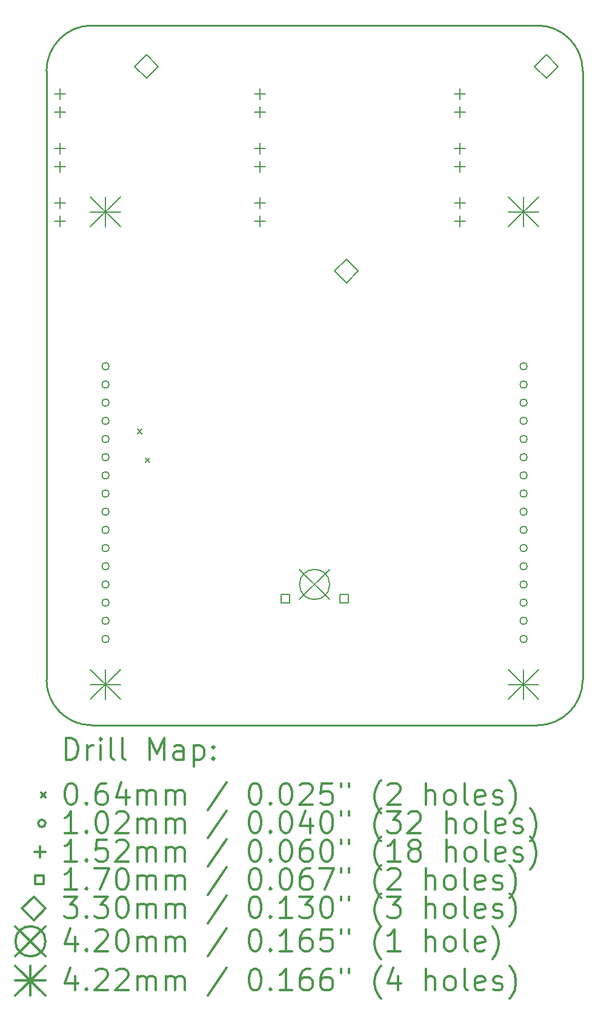
<source format=gbr>
%FSLAX45Y45*%
G04 Gerber Fmt 4.5, Leading zero omitted, Abs format (unit mm)*
G04 Created by KiCad (PCBNEW 5.1.6-c6e7f7d~87~ubuntu20.04.1) date 2020-07-21 10:48:39*
%MOMM*%
%LPD*%
G01*
G04 APERTURE LIST*
%TA.AperFunction,Profile*%
%ADD10C,0.279400*%
%TD*%
%ADD11C,0.200000*%
%ADD12C,0.300000*%
G04 APERTURE END LIST*
D10*
X12573000Y-14224000D02*
G75*
G02*
X11938000Y-14859000I-635000J0D01*
G01*
X5715000Y-14859000D02*
G75*
G02*
X5080000Y-14224000I0J635000D01*
G01*
X11938000Y-5080000D02*
G75*
G02*
X12573000Y-5715000I0J-635000D01*
G01*
X5080000Y-5715000D02*
G75*
G02*
X5715000Y-5080000I635000J0D01*
G01*
X5715000Y-5080000D02*
X11938000Y-5080000D01*
X5080000Y-14224000D02*
X5080000Y-5715000D01*
X11938000Y-14859000D02*
X5715000Y-14859000D01*
X12573000Y-5715000D02*
X12573000Y-14224000D01*
D11*
X6349430Y-10721670D02*
X6412930Y-10785170D01*
X6412930Y-10721670D02*
X6349430Y-10785170D01*
X6460900Y-11121380D02*
X6524400Y-11184880D01*
X6524400Y-11121380D02*
X6460900Y-11184880D01*
X5956300Y-9842500D02*
G75*
G03*
X5956300Y-9842500I-50800J0D01*
G01*
X5956300Y-10096500D02*
G75*
G03*
X5956300Y-10096500I-50800J0D01*
G01*
X5956300Y-10350500D02*
G75*
G03*
X5956300Y-10350500I-50800J0D01*
G01*
X5956300Y-10604500D02*
G75*
G03*
X5956300Y-10604500I-50800J0D01*
G01*
X5956300Y-10858500D02*
G75*
G03*
X5956300Y-10858500I-50800J0D01*
G01*
X5956300Y-11112500D02*
G75*
G03*
X5956300Y-11112500I-50800J0D01*
G01*
X5956300Y-11366500D02*
G75*
G03*
X5956300Y-11366500I-50800J0D01*
G01*
X5956300Y-11620500D02*
G75*
G03*
X5956300Y-11620500I-50800J0D01*
G01*
X5956300Y-11874500D02*
G75*
G03*
X5956300Y-11874500I-50800J0D01*
G01*
X5956300Y-12128500D02*
G75*
G03*
X5956300Y-12128500I-50800J0D01*
G01*
X5956300Y-12382500D02*
G75*
G03*
X5956300Y-12382500I-50800J0D01*
G01*
X5956300Y-12636500D02*
G75*
G03*
X5956300Y-12636500I-50800J0D01*
G01*
X5956300Y-12890500D02*
G75*
G03*
X5956300Y-12890500I-50800J0D01*
G01*
X5956300Y-13144500D02*
G75*
G03*
X5956300Y-13144500I-50800J0D01*
G01*
X5956300Y-13398500D02*
G75*
G03*
X5956300Y-13398500I-50800J0D01*
G01*
X5956300Y-13652500D02*
G75*
G03*
X5956300Y-13652500I-50800J0D01*
G01*
X11798300Y-9842500D02*
G75*
G03*
X11798300Y-9842500I-50800J0D01*
G01*
X11798300Y-10096500D02*
G75*
G03*
X11798300Y-10096500I-50800J0D01*
G01*
X11798300Y-10350500D02*
G75*
G03*
X11798300Y-10350500I-50800J0D01*
G01*
X11798300Y-10604500D02*
G75*
G03*
X11798300Y-10604500I-50800J0D01*
G01*
X11798300Y-10858500D02*
G75*
G03*
X11798300Y-10858500I-50800J0D01*
G01*
X11798300Y-11112500D02*
G75*
G03*
X11798300Y-11112500I-50800J0D01*
G01*
X11798300Y-11366500D02*
G75*
G03*
X11798300Y-11366500I-50800J0D01*
G01*
X11798300Y-11620500D02*
G75*
G03*
X11798300Y-11620500I-50800J0D01*
G01*
X11798300Y-11874500D02*
G75*
G03*
X11798300Y-11874500I-50800J0D01*
G01*
X11798300Y-12128500D02*
G75*
G03*
X11798300Y-12128500I-50800J0D01*
G01*
X11798300Y-12382500D02*
G75*
G03*
X11798300Y-12382500I-50800J0D01*
G01*
X11798300Y-12636500D02*
G75*
G03*
X11798300Y-12636500I-50800J0D01*
G01*
X11798300Y-12890500D02*
G75*
G03*
X11798300Y-12890500I-50800J0D01*
G01*
X11798300Y-13144500D02*
G75*
G03*
X11798300Y-13144500I-50800J0D01*
G01*
X11798300Y-13398500D02*
G75*
G03*
X11798300Y-13398500I-50800J0D01*
G01*
X11798300Y-13652500D02*
G75*
G03*
X11798300Y-13652500I-50800J0D01*
G01*
X8064500Y-6718300D02*
X8064500Y-6870700D01*
X7988300Y-6794500D02*
X8140700Y-6794500D01*
X8064500Y-6972300D02*
X8064500Y-7124700D01*
X7988300Y-7048500D02*
X8140700Y-7048500D01*
X5270500Y-7480300D02*
X5270500Y-7632700D01*
X5194300Y-7556500D02*
X5346700Y-7556500D01*
X5270500Y-7734300D02*
X5270500Y-7886700D01*
X5194300Y-7810500D02*
X5346700Y-7810500D01*
X8064500Y-7480300D02*
X8064500Y-7632700D01*
X7988300Y-7556500D02*
X8140700Y-7556500D01*
X8064500Y-7734300D02*
X8064500Y-7886700D01*
X7988300Y-7810500D02*
X8140700Y-7810500D01*
X5270500Y-5956300D02*
X5270500Y-6108700D01*
X5194300Y-6032500D02*
X5346700Y-6032500D01*
X5270500Y-6210300D02*
X5270500Y-6362700D01*
X5194300Y-6286500D02*
X5346700Y-6286500D01*
X5270500Y-6718300D02*
X5270500Y-6870700D01*
X5194300Y-6794500D02*
X5346700Y-6794500D01*
X5270500Y-6972300D02*
X5270500Y-7124700D01*
X5194300Y-7048500D02*
X5346700Y-7048500D01*
X10858500Y-6718300D02*
X10858500Y-6870700D01*
X10782300Y-6794500D02*
X10934700Y-6794500D01*
X10858500Y-6972300D02*
X10858500Y-7124700D01*
X10782300Y-7048500D02*
X10934700Y-7048500D01*
X10858500Y-7480300D02*
X10858500Y-7632700D01*
X10782300Y-7556500D02*
X10934700Y-7556500D01*
X10858500Y-7734300D02*
X10858500Y-7886700D01*
X10782300Y-7810500D02*
X10934700Y-7810500D01*
X8064500Y-5956300D02*
X8064500Y-6108700D01*
X7988300Y-6032500D02*
X8140700Y-6032500D01*
X8064500Y-6210300D02*
X8064500Y-6362700D01*
X7988300Y-6286500D02*
X8140700Y-6286500D01*
X10858500Y-5956300D02*
X10858500Y-6108700D01*
X10782300Y-6032500D02*
X10934700Y-6032500D01*
X10858500Y-6210300D02*
X10858500Y-6362700D01*
X10782300Y-6286500D02*
X10934700Y-6286500D01*
X8476605Y-13150605D02*
X8476605Y-13030395D01*
X8356395Y-13030395D01*
X8356395Y-13150605D01*
X8476605Y-13150605D01*
X9296605Y-13150605D02*
X9296605Y-13030395D01*
X9176395Y-13030395D01*
X9176395Y-13150605D01*
X9296605Y-13150605D01*
X12065000Y-5816600D02*
X12230100Y-5651500D01*
X12065000Y-5486400D01*
X11899900Y-5651500D01*
X12065000Y-5816600D01*
X6477000Y-5816600D02*
X6642100Y-5651500D01*
X6477000Y-5486400D01*
X6311900Y-5651500D01*
X6477000Y-5816600D01*
X9271000Y-8674100D02*
X9436100Y-8509000D01*
X9271000Y-8343900D01*
X9105900Y-8509000D01*
X9271000Y-8674100D01*
X8616500Y-12680500D02*
X9036500Y-13100500D01*
X9036500Y-12680500D02*
X8616500Y-13100500D01*
X9036500Y-12890500D02*
G75*
G03*
X9036500Y-12890500I-210000J0D01*
G01*
X5694680Y-7472680D02*
X6116320Y-7894320D01*
X6116320Y-7472680D02*
X5694680Y-7894320D01*
X5905500Y-7472680D02*
X5905500Y-7894320D01*
X5694680Y-7683500D02*
X6116320Y-7683500D01*
X5694680Y-14076680D02*
X6116320Y-14498320D01*
X6116320Y-14076680D02*
X5694680Y-14498320D01*
X5905500Y-14076680D02*
X5905500Y-14498320D01*
X5694680Y-14287500D02*
X6116320Y-14287500D01*
X11536680Y-7472680D02*
X11958320Y-7894320D01*
X11958320Y-7472680D02*
X11536680Y-7894320D01*
X11747500Y-7472680D02*
X11747500Y-7894320D01*
X11536680Y-7683500D02*
X11958320Y-7683500D01*
X11536680Y-14076680D02*
X11958320Y-14498320D01*
X11958320Y-14076680D02*
X11536680Y-14498320D01*
X11747500Y-14076680D02*
X11747500Y-14498320D01*
X11536680Y-14287500D02*
X11958320Y-14287500D01*
D12*
X5352458Y-15338684D02*
X5352458Y-15038684D01*
X5423887Y-15038684D01*
X5466744Y-15052970D01*
X5495316Y-15081541D01*
X5509601Y-15110113D01*
X5523887Y-15167256D01*
X5523887Y-15210113D01*
X5509601Y-15267256D01*
X5495316Y-15295827D01*
X5466744Y-15324399D01*
X5423887Y-15338684D01*
X5352458Y-15338684D01*
X5652458Y-15338684D02*
X5652458Y-15138684D01*
X5652458Y-15195827D02*
X5666744Y-15167256D01*
X5681030Y-15152970D01*
X5709601Y-15138684D01*
X5738173Y-15138684D01*
X5838173Y-15338684D02*
X5838173Y-15138684D01*
X5838173Y-15038684D02*
X5823887Y-15052970D01*
X5838173Y-15067256D01*
X5852458Y-15052970D01*
X5838173Y-15038684D01*
X5838173Y-15067256D01*
X6023887Y-15338684D02*
X5995316Y-15324399D01*
X5981030Y-15295827D01*
X5981030Y-15038684D01*
X6181030Y-15338684D02*
X6152458Y-15324399D01*
X6138173Y-15295827D01*
X6138173Y-15038684D01*
X6523887Y-15338684D02*
X6523887Y-15038684D01*
X6623887Y-15252970D01*
X6723887Y-15038684D01*
X6723887Y-15338684D01*
X6995316Y-15338684D02*
X6995316Y-15181541D01*
X6981030Y-15152970D01*
X6952458Y-15138684D01*
X6895316Y-15138684D01*
X6866744Y-15152970D01*
X6995316Y-15324399D02*
X6966744Y-15338684D01*
X6895316Y-15338684D01*
X6866744Y-15324399D01*
X6852458Y-15295827D01*
X6852458Y-15267256D01*
X6866744Y-15238684D01*
X6895316Y-15224399D01*
X6966744Y-15224399D01*
X6995316Y-15210113D01*
X7138173Y-15138684D02*
X7138173Y-15438684D01*
X7138173Y-15152970D02*
X7166744Y-15138684D01*
X7223887Y-15138684D01*
X7252458Y-15152970D01*
X7266744Y-15167256D01*
X7281030Y-15195827D01*
X7281030Y-15281541D01*
X7266744Y-15310113D01*
X7252458Y-15324399D01*
X7223887Y-15338684D01*
X7166744Y-15338684D01*
X7138173Y-15324399D01*
X7409601Y-15310113D02*
X7423887Y-15324399D01*
X7409601Y-15338684D01*
X7395316Y-15324399D01*
X7409601Y-15310113D01*
X7409601Y-15338684D01*
X7409601Y-15152970D02*
X7423887Y-15167256D01*
X7409601Y-15181541D01*
X7395316Y-15167256D01*
X7409601Y-15152970D01*
X7409601Y-15181541D01*
X5002530Y-15801220D02*
X5066030Y-15864720D01*
X5066030Y-15801220D02*
X5002530Y-15864720D01*
X5409601Y-15668684D02*
X5438173Y-15668684D01*
X5466744Y-15682970D01*
X5481030Y-15697256D01*
X5495316Y-15725827D01*
X5509601Y-15782970D01*
X5509601Y-15854399D01*
X5495316Y-15911541D01*
X5481030Y-15940113D01*
X5466744Y-15954399D01*
X5438173Y-15968684D01*
X5409601Y-15968684D01*
X5381030Y-15954399D01*
X5366744Y-15940113D01*
X5352458Y-15911541D01*
X5338173Y-15854399D01*
X5338173Y-15782970D01*
X5352458Y-15725827D01*
X5366744Y-15697256D01*
X5381030Y-15682970D01*
X5409601Y-15668684D01*
X5638173Y-15940113D02*
X5652458Y-15954399D01*
X5638173Y-15968684D01*
X5623887Y-15954399D01*
X5638173Y-15940113D01*
X5638173Y-15968684D01*
X5909601Y-15668684D02*
X5852458Y-15668684D01*
X5823887Y-15682970D01*
X5809601Y-15697256D01*
X5781030Y-15740113D01*
X5766744Y-15797256D01*
X5766744Y-15911541D01*
X5781030Y-15940113D01*
X5795316Y-15954399D01*
X5823887Y-15968684D01*
X5881030Y-15968684D01*
X5909601Y-15954399D01*
X5923887Y-15940113D01*
X5938173Y-15911541D01*
X5938173Y-15840113D01*
X5923887Y-15811541D01*
X5909601Y-15797256D01*
X5881030Y-15782970D01*
X5823887Y-15782970D01*
X5795316Y-15797256D01*
X5781030Y-15811541D01*
X5766744Y-15840113D01*
X6195316Y-15768684D02*
X6195316Y-15968684D01*
X6123887Y-15654399D02*
X6052458Y-15868684D01*
X6238173Y-15868684D01*
X6352458Y-15968684D02*
X6352458Y-15768684D01*
X6352458Y-15797256D02*
X6366744Y-15782970D01*
X6395316Y-15768684D01*
X6438173Y-15768684D01*
X6466744Y-15782970D01*
X6481030Y-15811541D01*
X6481030Y-15968684D01*
X6481030Y-15811541D02*
X6495316Y-15782970D01*
X6523887Y-15768684D01*
X6566744Y-15768684D01*
X6595316Y-15782970D01*
X6609601Y-15811541D01*
X6609601Y-15968684D01*
X6752458Y-15968684D02*
X6752458Y-15768684D01*
X6752458Y-15797256D02*
X6766744Y-15782970D01*
X6795316Y-15768684D01*
X6838173Y-15768684D01*
X6866744Y-15782970D01*
X6881030Y-15811541D01*
X6881030Y-15968684D01*
X6881030Y-15811541D02*
X6895316Y-15782970D01*
X6923887Y-15768684D01*
X6966744Y-15768684D01*
X6995316Y-15782970D01*
X7009601Y-15811541D01*
X7009601Y-15968684D01*
X7595316Y-15654399D02*
X7338173Y-16040113D01*
X7981030Y-15668684D02*
X8009601Y-15668684D01*
X8038173Y-15682970D01*
X8052458Y-15697256D01*
X8066744Y-15725827D01*
X8081030Y-15782970D01*
X8081030Y-15854399D01*
X8066744Y-15911541D01*
X8052458Y-15940113D01*
X8038173Y-15954399D01*
X8009601Y-15968684D01*
X7981030Y-15968684D01*
X7952458Y-15954399D01*
X7938173Y-15940113D01*
X7923887Y-15911541D01*
X7909601Y-15854399D01*
X7909601Y-15782970D01*
X7923887Y-15725827D01*
X7938173Y-15697256D01*
X7952458Y-15682970D01*
X7981030Y-15668684D01*
X8209601Y-15940113D02*
X8223887Y-15954399D01*
X8209601Y-15968684D01*
X8195316Y-15954399D01*
X8209601Y-15940113D01*
X8209601Y-15968684D01*
X8409601Y-15668684D02*
X8438173Y-15668684D01*
X8466744Y-15682970D01*
X8481030Y-15697256D01*
X8495316Y-15725827D01*
X8509601Y-15782970D01*
X8509601Y-15854399D01*
X8495316Y-15911541D01*
X8481030Y-15940113D01*
X8466744Y-15954399D01*
X8438173Y-15968684D01*
X8409601Y-15968684D01*
X8381030Y-15954399D01*
X8366744Y-15940113D01*
X8352458Y-15911541D01*
X8338173Y-15854399D01*
X8338173Y-15782970D01*
X8352458Y-15725827D01*
X8366744Y-15697256D01*
X8381030Y-15682970D01*
X8409601Y-15668684D01*
X8623887Y-15697256D02*
X8638173Y-15682970D01*
X8666744Y-15668684D01*
X8738173Y-15668684D01*
X8766744Y-15682970D01*
X8781030Y-15697256D01*
X8795316Y-15725827D01*
X8795316Y-15754399D01*
X8781030Y-15797256D01*
X8609601Y-15968684D01*
X8795316Y-15968684D01*
X9066744Y-15668684D02*
X8923887Y-15668684D01*
X8909601Y-15811541D01*
X8923887Y-15797256D01*
X8952458Y-15782970D01*
X9023887Y-15782970D01*
X9052458Y-15797256D01*
X9066744Y-15811541D01*
X9081030Y-15840113D01*
X9081030Y-15911541D01*
X9066744Y-15940113D01*
X9052458Y-15954399D01*
X9023887Y-15968684D01*
X8952458Y-15968684D01*
X8923887Y-15954399D01*
X8909601Y-15940113D01*
X9195316Y-15668684D02*
X9195316Y-15725827D01*
X9309601Y-15668684D02*
X9309601Y-15725827D01*
X9752458Y-16082970D02*
X9738173Y-16068684D01*
X9709601Y-16025827D01*
X9695316Y-15997256D01*
X9681030Y-15954399D01*
X9666744Y-15882970D01*
X9666744Y-15825827D01*
X9681030Y-15754399D01*
X9695316Y-15711541D01*
X9709601Y-15682970D01*
X9738173Y-15640113D01*
X9752458Y-15625827D01*
X9852458Y-15697256D02*
X9866744Y-15682970D01*
X9895316Y-15668684D01*
X9966744Y-15668684D01*
X9995316Y-15682970D01*
X10009601Y-15697256D01*
X10023887Y-15725827D01*
X10023887Y-15754399D01*
X10009601Y-15797256D01*
X9838173Y-15968684D01*
X10023887Y-15968684D01*
X10381030Y-15968684D02*
X10381030Y-15668684D01*
X10509601Y-15968684D02*
X10509601Y-15811541D01*
X10495316Y-15782970D01*
X10466744Y-15768684D01*
X10423887Y-15768684D01*
X10395316Y-15782970D01*
X10381030Y-15797256D01*
X10695316Y-15968684D02*
X10666744Y-15954399D01*
X10652458Y-15940113D01*
X10638173Y-15911541D01*
X10638173Y-15825827D01*
X10652458Y-15797256D01*
X10666744Y-15782970D01*
X10695316Y-15768684D01*
X10738173Y-15768684D01*
X10766744Y-15782970D01*
X10781030Y-15797256D01*
X10795316Y-15825827D01*
X10795316Y-15911541D01*
X10781030Y-15940113D01*
X10766744Y-15954399D01*
X10738173Y-15968684D01*
X10695316Y-15968684D01*
X10966744Y-15968684D02*
X10938173Y-15954399D01*
X10923887Y-15925827D01*
X10923887Y-15668684D01*
X11195316Y-15954399D02*
X11166744Y-15968684D01*
X11109601Y-15968684D01*
X11081030Y-15954399D01*
X11066744Y-15925827D01*
X11066744Y-15811541D01*
X11081030Y-15782970D01*
X11109601Y-15768684D01*
X11166744Y-15768684D01*
X11195316Y-15782970D01*
X11209601Y-15811541D01*
X11209601Y-15840113D01*
X11066744Y-15868684D01*
X11323887Y-15954399D02*
X11352458Y-15968684D01*
X11409601Y-15968684D01*
X11438173Y-15954399D01*
X11452458Y-15925827D01*
X11452458Y-15911541D01*
X11438173Y-15882970D01*
X11409601Y-15868684D01*
X11366744Y-15868684D01*
X11338173Y-15854399D01*
X11323887Y-15825827D01*
X11323887Y-15811541D01*
X11338173Y-15782970D01*
X11366744Y-15768684D01*
X11409601Y-15768684D01*
X11438173Y-15782970D01*
X11552458Y-16082970D02*
X11566744Y-16068684D01*
X11595316Y-16025827D01*
X11609601Y-15997256D01*
X11623887Y-15954399D01*
X11638173Y-15882970D01*
X11638173Y-15825827D01*
X11623887Y-15754399D01*
X11609601Y-15711541D01*
X11595316Y-15682970D01*
X11566744Y-15640113D01*
X11552458Y-15625827D01*
X5066030Y-16228970D02*
G75*
G03*
X5066030Y-16228970I-50800J0D01*
G01*
X5509601Y-16364684D02*
X5338173Y-16364684D01*
X5423887Y-16364684D02*
X5423887Y-16064684D01*
X5395316Y-16107541D01*
X5366744Y-16136113D01*
X5338173Y-16150399D01*
X5638173Y-16336113D02*
X5652458Y-16350399D01*
X5638173Y-16364684D01*
X5623887Y-16350399D01*
X5638173Y-16336113D01*
X5638173Y-16364684D01*
X5838173Y-16064684D02*
X5866744Y-16064684D01*
X5895316Y-16078970D01*
X5909601Y-16093256D01*
X5923887Y-16121827D01*
X5938173Y-16178970D01*
X5938173Y-16250399D01*
X5923887Y-16307541D01*
X5909601Y-16336113D01*
X5895316Y-16350399D01*
X5866744Y-16364684D01*
X5838173Y-16364684D01*
X5809601Y-16350399D01*
X5795316Y-16336113D01*
X5781030Y-16307541D01*
X5766744Y-16250399D01*
X5766744Y-16178970D01*
X5781030Y-16121827D01*
X5795316Y-16093256D01*
X5809601Y-16078970D01*
X5838173Y-16064684D01*
X6052458Y-16093256D02*
X6066744Y-16078970D01*
X6095316Y-16064684D01*
X6166744Y-16064684D01*
X6195316Y-16078970D01*
X6209601Y-16093256D01*
X6223887Y-16121827D01*
X6223887Y-16150399D01*
X6209601Y-16193256D01*
X6038173Y-16364684D01*
X6223887Y-16364684D01*
X6352458Y-16364684D02*
X6352458Y-16164684D01*
X6352458Y-16193256D02*
X6366744Y-16178970D01*
X6395316Y-16164684D01*
X6438173Y-16164684D01*
X6466744Y-16178970D01*
X6481030Y-16207541D01*
X6481030Y-16364684D01*
X6481030Y-16207541D02*
X6495316Y-16178970D01*
X6523887Y-16164684D01*
X6566744Y-16164684D01*
X6595316Y-16178970D01*
X6609601Y-16207541D01*
X6609601Y-16364684D01*
X6752458Y-16364684D02*
X6752458Y-16164684D01*
X6752458Y-16193256D02*
X6766744Y-16178970D01*
X6795316Y-16164684D01*
X6838173Y-16164684D01*
X6866744Y-16178970D01*
X6881030Y-16207541D01*
X6881030Y-16364684D01*
X6881030Y-16207541D02*
X6895316Y-16178970D01*
X6923887Y-16164684D01*
X6966744Y-16164684D01*
X6995316Y-16178970D01*
X7009601Y-16207541D01*
X7009601Y-16364684D01*
X7595316Y-16050399D02*
X7338173Y-16436113D01*
X7981030Y-16064684D02*
X8009601Y-16064684D01*
X8038173Y-16078970D01*
X8052458Y-16093256D01*
X8066744Y-16121827D01*
X8081030Y-16178970D01*
X8081030Y-16250399D01*
X8066744Y-16307541D01*
X8052458Y-16336113D01*
X8038173Y-16350399D01*
X8009601Y-16364684D01*
X7981030Y-16364684D01*
X7952458Y-16350399D01*
X7938173Y-16336113D01*
X7923887Y-16307541D01*
X7909601Y-16250399D01*
X7909601Y-16178970D01*
X7923887Y-16121827D01*
X7938173Y-16093256D01*
X7952458Y-16078970D01*
X7981030Y-16064684D01*
X8209601Y-16336113D02*
X8223887Y-16350399D01*
X8209601Y-16364684D01*
X8195316Y-16350399D01*
X8209601Y-16336113D01*
X8209601Y-16364684D01*
X8409601Y-16064684D02*
X8438173Y-16064684D01*
X8466744Y-16078970D01*
X8481030Y-16093256D01*
X8495316Y-16121827D01*
X8509601Y-16178970D01*
X8509601Y-16250399D01*
X8495316Y-16307541D01*
X8481030Y-16336113D01*
X8466744Y-16350399D01*
X8438173Y-16364684D01*
X8409601Y-16364684D01*
X8381030Y-16350399D01*
X8366744Y-16336113D01*
X8352458Y-16307541D01*
X8338173Y-16250399D01*
X8338173Y-16178970D01*
X8352458Y-16121827D01*
X8366744Y-16093256D01*
X8381030Y-16078970D01*
X8409601Y-16064684D01*
X8766744Y-16164684D02*
X8766744Y-16364684D01*
X8695316Y-16050399D02*
X8623887Y-16264684D01*
X8809601Y-16264684D01*
X8981030Y-16064684D02*
X9009601Y-16064684D01*
X9038173Y-16078970D01*
X9052458Y-16093256D01*
X9066744Y-16121827D01*
X9081030Y-16178970D01*
X9081030Y-16250399D01*
X9066744Y-16307541D01*
X9052458Y-16336113D01*
X9038173Y-16350399D01*
X9009601Y-16364684D01*
X8981030Y-16364684D01*
X8952458Y-16350399D01*
X8938173Y-16336113D01*
X8923887Y-16307541D01*
X8909601Y-16250399D01*
X8909601Y-16178970D01*
X8923887Y-16121827D01*
X8938173Y-16093256D01*
X8952458Y-16078970D01*
X8981030Y-16064684D01*
X9195316Y-16064684D02*
X9195316Y-16121827D01*
X9309601Y-16064684D02*
X9309601Y-16121827D01*
X9752458Y-16478970D02*
X9738173Y-16464684D01*
X9709601Y-16421827D01*
X9695316Y-16393256D01*
X9681030Y-16350399D01*
X9666744Y-16278970D01*
X9666744Y-16221827D01*
X9681030Y-16150399D01*
X9695316Y-16107541D01*
X9709601Y-16078970D01*
X9738173Y-16036113D01*
X9752458Y-16021827D01*
X9838173Y-16064684D02*
X10023887Y-16064684D01*
X9923887Y-16178970D01*
X9966744Y-16178970D01*
X9995316Y-16193256D01*
X10009601Y-16207541D01*
X10023887Y-16236113D01*
X10023887Y-16307541D01*
X10009601Y-16336113D01*
X9995316Y-16350399D01*
X9966744Y-16364684D01*
X9881030Y-16364684D01*
X9852458Y-16350399D01*
X9838173Y-16336113D01*
X10138173Y-16093256D02*
X10152458Y-16078970D01*
X10181030Y-16064684D01*
X10252458Y-16064684D01*
X10281030Y-16078970D01*
X10295316Y-16093256D01*
X10309601Y-16121827D01*
X10309601Y-16150399D01*
X10295316Y-16193256D01*
X10123887Y-16364684D01*
X10309601Y-16364684D01*
X10666744Y-16364684D02*
X10666744Y-16064684D01*
X10795316Y-16364684D02*
X10795316Y-16207541D01*
X10781030Y-16178970D01*
X10752458Y-16164684D01*
X10709601Y-16164684D01*
X10681030Y-16178970D01*
X10666744Y-16193256D01*
X10981030Y-16364684D02*
X10952458Y-16350399D01*
X10938173Y-16336113D01*
X10923887Y-16307541D01*
X10923887Y-16221827D01*
X10938173Y-16193256D01*
X10952458Y-16178970D01*
X10981030Y-16164684D01*
X11023887Y-16164684D01*
X11052458Y-16178970D01*
X11066744Y-16193256D01*
X11081030Y-16221827D01*
X11081030Y-16307541D01*
X11066744Y-16336113D01*
X11052458Y-16350399D01*
X11023887Y-16364684D01*
X10981030Y-16364684D01*
X11252458Y-16364684D02*
X11223887Y-16350399D01*
X11209601Y-16321827D01*
X11209601Y-16064684D01*
X11481030Y-16350399D02*
X11452458Y-16364684D01*
X11395316Y-16364684D01*
X11366744Y-16350399D01*
X11352458Y-16321827D01*
X11352458Y-16207541D01*
X11366744Y-16178970D01*
X11395316Y-16164684D01*
X11452458Y-16164684D01*
X11481030Y-16178970D01*
X11495316Y-16207541D01*
X11495316Y-16236113D01*
X11352458Y-16264684D01*
X11609601Y-16350399D02*
X11638173Y-16364684D01*
X11695316Y-16364684D01*
X11723887Y-16350399D01*
X11738173Y-16321827D01*
X11738173Y-16307541D01*
X11723887Y-16278970D01*
X11695316Y-16264684D01*
X11652458Y-16264684D01*
X11623887Y-16250399D01*
X11609601Y-16221827D01*
X11609601Y-16207541D01*
X11623887Y-16178970D01*
X11652458Y-16164684D01*
X11695316Y-16164684D01*
X11723887Y-16178970D01*
X11838173Y-16478970D02*
X11852458Y-16464684D01*
X11881030Y-16421827D01*
X11895316Y-16393256D01*
X11909601Y-16350399D01*
X11923887Y-16278970D01*
X11923887Y-16221827D01*
X11909601Y-16150399D01*
X11895316Y-16107541D01*
X11881030Y-16078970D01*
X11852458Y-16036113D01*
X11838173Y-16021827D01*
X4989830Y-16548770D02*
X4989830Y-16701170D01*
X4913630Y-16624970D02*
X5066030Y-16624970D01*
X5509601Y-16760684D02*
X5338173Y-16760684D01*
X5423887Y-16760684D02*
X5423887Y-16460684D01*
X5395316Y-16503541D01*
X5366744Y-16532113D01*
X5338173Y-16546399D01*
X5638173Y-16732113D02*
X5652458Y-16746399D01*
X5638173Y-16760684D01*
X5623887Y-16746399D01*
X5638173Y-16732113D01*
X5638173Y-16760684D01*
X5923887Y-16460684D02*
X5781030Y-16460684D01*
X5766744Y-16603541D01*
X5781030Y-16589256D01*
X5809601Y-16574970D01*
X5881030Y-16574970D01*
X5909601Y-16589256D01*
X5923887Y-16603541D01*
X5938173Y-16632113D01*
X5938173Y-16703541D01*
X5923887Y-16732113D01*
X5909601Y-16746399D01*
X5881030Y-16760684D01*
X5809601Y-16760684D01*
X5781030Y-16746399D01*
X5766744Y-16732113D01*
X6052458Y-16489256D02*
X6066744Y-16474970D01*
X6095316Y-16460684D01*
X6166744Y-16460684D01*
X6195316Y-16474970D01*
X6209601Y-16489256D01*
X6223887Y-16517827D01*
X6223887Y-16546399D01*
X6209601Y-16589256D01*
X6038173Y-16760684D01*
X6223887Y-16760684D01*
X6352458Y-16760684D02*
X6352458Y-16560684D01*
X6352458Y-16589256D02*
X6366744Y-16574970D01*
X6395316Y-16560684D01*
X6438173Y-16560684D01*
X6466744Y-16574970D01*
X6481030Y-16603541D01*
X6481030Y-16760684D01*
X6481030Y-16603541D02*
X6495316Y-16574970D01*
X6523887Y-16560684D01*
X6566744Y-16560684D01*
X6595316Y-16574970D01*
X6609601Y-16603541D01*
X6609601Y-16760684D01*
X6752458Y-16760684D02*
X6752458Y-16560684D01*
X6752458Y-16589256D02*
X6766744Y-16574970D01*
X6795316Y-16560684D01*
X6838173Y-16560684D01*
X6866744Y-16574970D01*
X6881030Y-16603541D01*
X6881030Y-16760684D01*
X6881030Y-16603541D02*
X6895316Y-16574970D01*
X6923887Y-16560684D01*
X6966744Y-16560684D01*
X6995316Y-16574970D01*
X7009601Y-16603541D01*
X7009601Y-16760684D01*
X7595316Y-16446399D02*
X7338173Y-16832113D01*
X7981030Y-16460684D02*
X8009601Y-16460684D01*
X8038173Y-16474970D01*
X8052458Y-16489256D01*
X8066744Y-16517827D01*
X8081030Y-16574970D01*
X8081030Y-16646399D01*
X8066744Y-16703541D01*
X8052458Y-16732113D01*
X8038173Y-16746399D01*
X8009601Y-16760684D01*
X7981030Y-16760684D01*
X7952458Y-16746399D01*
X7938173Y-16732113D01*
X7923887Y-16703541D01*
X7909601Y-16646399D01*
X7909601Y-16574970D01*
X7923887Y-16517827D01*
X7938173Y-16489256D01*
X7952458Y-16474970D01*
X7981030Y-16460684D01*
X8209601Y-16732113D02*
X8223887Y-16746399D01*
X8209601Y-16760684D01*
X8195316Y-16746399D01*
X8209601Y-16732113D01*
X8209601Y-16760684D01*
X8409601Y-16460684D02*
X8438173Y-16460684D01*
X8466744Y-16474970D01*
X8481030Y-16489256D01*
X8495316Y-16517827D01*
X8509601Y-16574970D01*
X8509601Y-16646399D01*
X8495316Y-16703541D01*
X8481030Y-16732113D01*
X8466744Y-16746399D01*
X8438173Y-16760684D01*
X8409601Y-16760684D01*
X8381030Y-16746399D01*
X8366744Y-16732113D01*
X8352458Y-16703541D01*
X8338173Y-16646399D01*
X8338173Y-16574970D01*
X8352458Y-16517827D01*
X8366744Y-16489256D01*
X8381030Y-16474970D01*
X8409601Y-16460684D01*
X8766744Y-16460684D02*
X8709601Y-16460684D01*
X8681030Y-16474970D01*
X8666744Y-16489256D01*
X8638173Y-16532113D01*
X8623887Y-16589256D01*
X8623887Y-16703541D01*
X8638173Y-16732113D01*
X8652458Y-16746399D01*
X8681030Y-16760684D01*
X8738173Y-16760684D01*
X8766744Y-16746399D01*
X8781030Y-16732113D01*
X8795316Y-16703541D01*
X8795316Y-16632113D01*
X8781030Y-16603541D01*
X8766744Y-16589256D01*
X8738173Y-16574970D01*
X8681030Y-16574970D01*
X8652458Y-16589256D01*
X8638173Y-16603541D01*
X8623887Y-16632113D01*
X8981030Y-16460684D02*
X9009601Y-16460684D01*
X9038173Y-16474970D01*
X9052458Y-16489256D01*
X9066744Y-16517827D01*
X9081030Y-16574970D01*
X9081030Y-16646399D01*
X9066744Y-16703541D01*
X9052458Y-16732113D01*
X9038173Y-16746399D01*
X9009601Y-16760684D01*
X8981030Y-16760684D01*
X8952458Y-16746399D01*
X8938173Y-16732113D01*
X8923887Y-16703541D01*
X8909601Y-16646399D01*
X8909601Y-16574970D01*
X8923887Y-16517827D01*
X8938173Y-16489256D01*
X8952458Y-16474970D01*
X8981030Y-16460684D01*
X9195316Y-16460684D02*
X9195316Y-16517827D01*
X9309601Y-16460684D02*
X9309601Y-16517827D01*
X9752458Y-16874970D02*
X9738173Y-16860684D01*
X9709601Y-16817827D01*
X9695316Y-16789256D01*
X9681030Y-16746399D01*
X9666744Y-16674970D01*
X9666744Y-16617827D01*
X9681030Y-16546399D01*
X9695316Y-16503541D01*
X9709601Y-16474970D01*
X9738173Y-16432113D01*
X9752458Y-16417827D01*
X10023887Y-16760684D02*
X9852458Y-16760684D01*
X9938173Y-16760684D02*
X9938173Y-16460684D01*
X9909601Y-16503541D01*
X9881030Y-16532113D01*
X9852458Y-16546399D01*
X10195316Y-16589256D02*
X10166744Y-16574970D01*
X10152458Y-16560684D01*
X10138173Y-16532113D01*
X10138173Y-16517827D01*
X10152458Y-16489256D01*
X10166744Y-16474970D01*
X10195316Y-16460684D01*
X10252458Y-16460684D01*
X10281030Y-16474970D01*
X10295316Y-16489256D01*
X10309601Y-16517827D01*
X10309601Y-16532113D01*
X10295316Y-16560684D01*
X10281030Y-16574970D01*
X10252458Y-16589256D01*
X10195316Y-16589256D01*
X10166744Y-16603541D01*
X10152458Y-16617827D01*
X10138173Y-16646399D01*
X10138173Y-16703541D01*
X10152458Y-16732113D01*
X10166744Y-16746399D01*
X10195316Y-16760684D01*
X10252458Y-16760684D01*
X10281030Y-16746399D01*
X10295316Y-16732113D01*
X10309601Y-16703541D01*
X10309601Y-16646399D01*
X10295316Y-16617827D01*
X10281030Y-16603541D01*
X10252458Y-16589256D01*
X10666744Y-16760684D02*
X10666744Y-16460684D01*
X10795316Y-16760684D02*
X10795316Y-16603541D01*
X10781030Y-16574970D01*
X10752458Y-16560684D01*
X10709601Y-16560684D01*
X10681030Y-16574970D01*
X10666744Y-16589256D01*
X10981030Y-16760684D02*
X10952458Y-16746399D01*
X10938173Y-16732113D01*
X10923887Y-16703541D01*
X10923887Y-16617827D01*
X10938173Y-16589256D01*
X10952458Y-16574970D01*
X10981030Y-16560684D01*
X11023887Y-16560684D01*
X11052458Y-16574970D01*
X11066744Y-16589256D01*
X11081030Y-16617827D01*
X11081030Y-16703541D01*
X11066744Y-16732113D01*
X11052458Y-16746399D01*
X11023887Y-16760684D01*
X10981030Y-16760684D01*
X11252458Y-16760684D02*
X11223887Y-16746399D01*
X11209601Y-16717827D01*
X11209601Y-16460684D01*
X11481030Y-16746399D02*
X11452458Y-16760684D01*
X11395316Y-16760684D01*
X11366744Y-16746399D01*
X11352458Y-16717827D01*
X11352458Y-16603541D01*
X11366744Y-16574970D01*
X11395316Y-16560684D01*
X11452458Y-16560684D01*
X11481030Y-16574970D01*
X11495316Y-16603541D01*
X11495316Y-16632113D01*
X11352458Y-16660684D01*
X11609601Y-16746399D02*
X11638173Y-16760684D01*
X11695316Y-16760684D01*
X11723887Y-16746399D01*
X11738173Y-16717827D01*
X11738173Y-16703541D01*
X11723887Y-16674970D01*
X11695316Y-16660684D01*
X11652458Y-16660684D01*
X11623887Y-16646399D01*
X11609601Y-16617827D01*
X11609601Y-16603541D01*
X11623887Y-16574970D01*
X11652458Y-16560684D01*
X11695316Y-16560684D01*
X11723887Y-16574970D01*
X11838173Y-16874970D02*
X11852458Y-16860684D01*
X11881030Y-16817827D01*
X11895316Y-16789256D01*
X11909601Y-16746399D01*
X11923887Y-16674970D01*
X11923887Y-16617827D01*
X11909601Y-16546399D01*
X11895316Y-16503541D01*
X11881030Y-16474970D01*
X11852458Y-16432113D01*
X11838173Y-16417827D01*
X5041135Y-17081075D02*
X5041135Y-16960865D01*
X4920925Y-16960865D01*
X4920925Y-17081075D01*
X5041135Y-17081075D01*
X5509601Y-17156684D02*
X5338173Y-17156684D01*
X5423887Y-17156684D02*
X5423887Y-16856684D01*
X5395316Y-16899542D01*
X5366744Y-16928113D01*
X5338173Y-16942399D01*
X5638173Y-17128113D02*
X5652458Y-17142399D01*
X5638173Y-17156684D01*
X5623887Y-17142399D01*
X5638173Y-17128113D01*
X5638173Y-17156684D01*
X5752458Y-16856684D02*
X5952458Y-16856684D01*
X5823887Y-17156684D01*
X6123887Y-16856684D02*
X6152458Y-16856684D01*
X6181030Y-16870970D01*
X6195316Y-16885256D01*
X6209601Y-16913827D01*
X6223887Y-16970970D01*
X6223887Y-17042399D01*
X6209601Y-17099542D01*
X6195316Y-17128113D01*
X6181030Y-17142399D01*
X6152458Y-17156684D01*
X6123887Y-17156684D01*
X6095316Y-17142399D01*
X6081030Y-17128113D01*
X6066744Y-17099542D01*
X6052458Y-17042399D01*
X6052458Y-16970970D01*
X6066744Y-16913827D01*
X6081030Y-16885256D01*
X6095316Y-16870970D01*
X6123887Y-16856684D01*
X6352458Y-17156684D02*
X6352458Y-16956684D01*
X6352458Y-16985256D02*
X6366744Y-16970970D01*
X6395316Y-16956684D01*
X6438173Y-16956684D01*
X6466744Y-16970970D01*
X6481030Y-16999542D01*
X6481030Y-17156684D01*
X6481030Y-16999542D02*
X6495316Y-16970970D01*
X6523887Y-16956684D01*
X6566744Y-16956684D01*
X6595316Y-16970970D01*
X6609601Y-16999542D01*
X6609601Y-17156684D01*
X6752458Y-17156684D02*
X6752458Y-16956684D01*
X6752458Y-16985256D02*
X6766744Y-16970970D01*
X6795316Y-16956684D01*
X6838173Y-16956684D01*
X6866744Y-16970970D01*
X6881030Y-16999542D01*
X6881030Y-17156684D01*
X6881030Y-16999542D02*
X6895316Y-16970970D01*
X6923887Y-16956684D01*
X6966744Y-16956684D01*
X6995316Y-16970970D01*
X7009601Y-16999542D01*
X7009601Y-17156684D01*
X7595316Y-16842399D02*
X7338173Y-17228113D01*
X7981030Y-16856684D02*
X8009601Y-16856684D01*
X8038173Y-16870970D01*
X8052458Y-16885256D01*
X8066744Y-16913827D01*
X8081030Y-16970970D01*
X8081030Y-17042399D01*
X8066744Y-17099542D01*
X8052458Y-17128113D01*
X8038173Y-17142399D01*
X8009601Y-17156684D01*
X7981030Y-17156684D01*
X7952458Y-17142399D01*
X7938173Y-17128113D01*
X7923887Y-17099542D01*
X7909601Y-17042399D01*
X7909601Y-16970970D01*
X7923887Y-16913827D01*
X7938173Y-16885256D01*
X7952458Y-16870970D01*
X7981030Y-16856684D01*
X8209601Y-17128113D02*
X8223887Y-17142399D01*
X8209601Y-17156684D01*
X8195316Y-17142399D01*
X8209601Y-17128113D01*
X8209601Y-17156684D01*
X8409601Y-16856684D02*
X8438173Y-16856684D01*
X8466744Y-16870970D01*
X8481030Y-16885256D01*
X8495316Y-16913827D01*
X8509601Y-16970970D01*
X8509601Y-17042399D01*
X8495316Y-17099542D01*
X8481030Y-17128113D01*
X8466744Y-17142399D01*
X8438173Y-17156684D01*
X8409601Y-17156684D01*
X8381030Y-17142399D01*
X8366744Y-17128113D01*
X8352458Y-17099542D01*
X8338173Y-17042399D01*
X8338173Y-16970970D01*
X8352458Y-16913827D01*
X8366744Y-16885256D01*
X8381030Y-16870970D01*
X8409601Y-16856684D01*
X8766744Y-16856684D02*
X8709601Y-16856684D01*
X8681030Y-16870970D01*
X8666744Y-16885256D01*
X8638173Y-16928113D01*
X8623887Y-16985256D01*
X8623887Y-17099542D01*
X8638173Y-17128113D01*
X8652458Y-17142399D01*
X8681030Y-17156684D01*
X8738173Y-17156684D01*
X8766744Y-17142399D01*
X8781030Y-17128113D01*
X8795316Y-17099542D01*
X8795316Y-17028113D01*
X8781030Y-16999542D01*
X8766744Y-16985256D01*
X8738173Y-16970970D01*
X8681030Y-16970970D01*
X8652458Y-16985256D01*
X8638173Y-16999542D01*
X8623887Y-17028113D01*
X8895316Y-16856684D02*
X9095316Y-16856684D01*
X8966744Y-17156684D01*
X9195316Y-16856684D02*
X9195316Y-16913827D01*
X9309601Y-16856684D02*
X9309601Y-16913827D01*
X9752458Y-17270970D02*
X9738173Y-17256684D01*
X9709601Y-17213827D01*
X9695316Y-17185256D01*
X9681030Y-17142399D01*
X9666744Y-17070970D01*
X9666744Y-17013827D01*
X9681030Y-16942399D01*
X9695316Y-16899542D01*
X9709601Y-16870970D01*
X9738173Y-16828113D01*
X9752458Y-16813827D01*
X9852458Y-16885256D02*
X9866744Y-16870970D01*
X9895316Y-16856684D01*
X9966744Y-16856684D01*
X9995316Y-16870970D01*
X10009601Y-16885256D01*
X10023887Y-16913827D01*
X10023887Y-16942399D01*
X10009601Y-16985256D01*
X9838173Y-17156684D01*
X10023887Y-17156684D01*
X10381030Y-17156684D02*
X10381030Y-16856684D01*
X10509601Y-17156684D02*
X10509601Y-16999542D01*
X10495316Y-16970970D01*
X10466744Y-16956684D01*
X10423887Y-16956684D01*
X10395316Y-16970970D01*
X10381030Y-16985256D01*
X10695316Y-17156684D02*
X10666744Y-17142399D01*
X10652458Y-17128113D01*
X10638173Y-17099542D01*
X10638173Y-17013827D01*
X10652458Y-16985256D01*
X10666744Y-16970970D01*
X10695316Y-16956684D01*
X10738173Y-16956684D01*
X10766744Y-16970970D01*
X10781030Y-16985256D01*
X10795316Y-17013827D01*
X10795316Y-17099542D01*
X10781030Y-17128113D01*
X10766744Y-17142399D01*
X10738173Y-17156684D01*
X10695316Y-17156684D01*
X10966744Y-17156684D02*
X10938173Y-17142399D01*
X10923887Y-17113827D01*
X10923887Y-16856684D01*
X11195316Y-17142399D02*
X11166744Y-17156684D01*
X11109601Y-17156684D01*
X11081030Y-17142399D01*
X11066744Y-17113827D01*
X11066744Y-16999542D01*
X11081030Y-16970970D01*
X11109601Y-16956684D01*
X11166744Y-16956684D01*
X11195316Y-16970970D01*
X11209601Y-16999542D01*
X11209601Y-17028113D01*
X11066744Y-17056684D01*
X11323887Y-17142399D02*
X11352458Y-17156684D01*
X11409601Y-17156684D01*
X11438173Y-17142399D01*
X11452458Y-17113827D01*
X11452458Y-17099542D01*
X11438173Y-17070970D01*
X11409601Y-17056684D01*
X11366744Y-17056684D01*
X11338173Y-17042399D01*
X11323887Y-17013827D01*
X11323887Y-16999542D01*
X11338173Y-16970970D01*
X11366744Y-16956684D01*
X11409601Y-16956684D01*
X11438173Y-16970970D01*
X11552458Y-17270970D02*
X11566744Y-17256684D01*
X11595316Y-17213827D01*
X11609601Y-17185256D01*
X11623887Y-17142399D01*
X11638173Y-17070970D01*
X11638173Y-17013827D01*
X11623887Y-16942399D01*
X11609601Y-16899542D01*
X11595316Y-16870970D01*
X11566744Y-16828113D01*
X11552458Y-16813827D01*
X4900930Y-17582070D02*
X5066030Y-17416970D01*
X4900930Y-17251870D01*
X4735830Y-17416970D01*
X4900930Y-17582070D01*
X5323887Y-17252684D02*
X5509601Y-17252684D01*
X5409601Y-17366970D01*
X5452458Y-17366970D01*
X5481030Y-17381256D01*
X5495316Y-17395542D01*
X5509601Y-17424113D01*
X5509601Y-17495542D01*
X5495316Y-17524113D01*
X5481030Y-17538399D01*
X5452458Y-17552684D01*
X5366744Y-17552684D01*
X5338173Y-17538399D01*
X5323887Y-17524113D01*
X5638173Y-17524113D02*
X5652458Y-17538399D01*
X5638173Y-17552684D01*
X5623887Y-17538399D01*
X5638173Y-17524113D01*
X5638173Y-17552684D01*
X5752458Y-17252684D02*
X5938173Y-17252684D01*
X5838173Y-17366970D01*
X5881030Y-17366970D01*
X5909601Y-17381256D01*
X5923887Y-17395542D01*
X5938173Y-17424113D01*
X5938173Y-17495542D01*
X5923887Y-17524113D01*
X5909601Y-17538399D01*
X5881030Y-17552684D01*
X5795316Y-17552684D01*
X5766744Y-17538399D01*
X5752458Y-17524113D01*
X6123887Y-17252684D02*
X6152458Y-17252684D01*
X6181030Y-17266970D01*
X6195316Y-17281256D01*
X6209601Y-17309827D01*
X6223887Y-17366970D01*
X6223887Y-17438399D01*
X6209601Y-17495542D01*
X6195316Y-17524113D01*
X6181030Y-17538399D01*
X6152458Y-17552684D01*
X6123887Y-17552684D01*
X6095316Y-17538399D01*
X6081030Y-17524113D01*
X6066744Y-17495542D01*
X6052458Y-17438399D01*
X6052458Y-17366970D01*
X6066744Y-17309827D01*
X6081030Y-17281256D01*
X6095316Y-17266970D01*
X6123887Y-17252684D01*
X6352458Y-17552684D02*
X6352458Y-17352684D01*
X6352458Y-17381256D02*
X6366744Y-17366970D01*
X6395316Y-17352684D01*
X6438173Y-17352684D01*
X6466744Y-17366970D01*
X6481030Y-17395542D01*
X6481030Y-17552684D01*
X6481030Y-17395542D02*
X6495316Y-17366970D01*
X6523887Y-17352684D01*
X6566744Y-17352684D01*
X6595316Y-17366970D01*
X6609601Y-17395542D01*
X6609601Y-17552684D01*
X6752458Y-17552684D02*
X6752458Y-17352684D01*
X6752458Y-17381256D02*
X6766744Y-17366970D01*
X6795316Y-17352684D01*
X6838173Y-17352684D01*
X6866744Y-17366970D01*
X6881030Y-17395542D01*
X6881030Y-17552684D01*
X6881030Y-17395542D02*
X6895316Y-17366970D01*
X6923887Y-17352684D01*
X6966744Y-17352684D01*
X6995316Y-17366970D01*
X7009601Y-17395542D01*
X7009601Y-17552684D01*
X7595316Y-17238399D02*
X7338173Y-17624113D01*
X7981030Y-17252684D02*
X8009601Y-17252684D01*
X8038173Y-17266970D01*
X8052458Y-17281256D01*
X8066744Y-17309827D01*
X8081030Y-17366970D01*
X8081030Y-17438399D01*
X8066744Y-17495542D01*
X8052458Y-17524113D01*
X8038173Y-17538399D01*
X8009601Y-17552684D01*
X7981030Y-17552684D01*
X7952458Y-17538399D01*
X7938173Y-17524113D01*
X7923887Y-17495542D01*
X7909601Y-17438399D01*
X7909601Y-17366970D01*
X7923887Y-17309827D01*
X7938173Y-17281256D01*
X7952458Y-17266970D01*
X7981030Y-17252684D01*
X8209601Y-17524113D02*
X8223887Y-17538399D01*
X8209601Y-17552684D01*
X8195316Y-17538399D01*
X8209601Y-17524113D01*
X8209601Y-17552684D01*
X8509601Y-17552684D02*
X8338173Y-17552684D01*
X8423887Y-17552684D02*
X8423887Y-17252684D01*
X8395316Y-17295542D01*
X8366744Y-17324113D01*
X8338173Y-17338399D01*
X8609601Y-17252684D02*
X8795316Y-17252684D01*
X8695316Y-17366970D01*
X8738173Y-17366970D01*
X8766744Y-17381256D01*
X8781030Y-17395542D01*
X8795316Y-17424113D01*
X8795316Y-17495542D01*
X8781030Y-17524113D01*
X8766744Y-17538399D01*
X8738173Y-17552684D01*
X8652458Y-17552684D01*
X8623887Y-17538399D01*
X8609601Y-17524113D01*
X8981030Y-17252684D02*
X9009601Y-17252684D01*
X9038173Y-17266970D01*
X9052458Y-17281256D01*
X9066744Y-17309827D01*
X9081030Y-17366970D01*
X9081030Y-17438399D01*
X9066744Y-17495542D01*
X9052458Y-17524113D01*
X9038173Y-17538399D01*
X9009601Y-17552684D01*
X8981030Y-17552684D01*
X8952458Y-17538399D01*
X8938173Y-17524113D01*
X8923887Y-17495542D01*
X8909601Y-17438399D01*
X8909601Y-17366970D01*
X8923887Y-17309827D01*
X8938173Y-17281256D01*
X8952458Y-17266970D01*
X8981030Y-17252684D01*
X9195316Y-17252684D02*
X9195316Y-17309827D01*
X9309601Y-17252684D02*
X9309601Y-17309827D01*
X9752458Y-17666970D02*
X9738173Y-17652684D01*
X9709601Y-17609827D01*
X9695316Y-17581256D01*
X9681030Y-17538399D01*
X9666744Y-17466970D01*
X9666744Y-17409827D01*
X9681030Y-17338399D01*
X9695316Y-17295542D01*
X9709601Y-17266970D01*
X9738173Y-17224113D01*
X9752458Y-17209827D01*
X9838173Y-17252684D02*
X10023887Y-17252684D01*
X9923887Y-17366970D01*
X9966744Y-17366970D01*
X9995316Y-17381256D01*
X10009601Y-17395542D01*
X10023887Y-17424113D01*
X10023887Y-17495542D01*
X10009601Y-17524113D01*
X9995316Y-17538399D01*
X9966744Y-17552684D01*
X9881030Y-17552684D01*
X9852458Y-17538399D01*
X9838173Y-17524113D01*
X10381030Y-17552684D02*
X10381030Y-17252684D01*
X10509601Y-17552684D02*
X10509601Y-17395542D01*
X10495316Y-17366970D01*
X10466744Y-17352684D01*
X10423887Y-17352684D01*
X10395316Y-17366970D01*
X10381030Y-17381256D01*
X10695316Y-17552684D02*
X10666744Y-17538399D01*
X10652458Y-17524113D01*
X10638173Y-17495542D01*
X10638173Y-17409827D01*
X10652458Y-17381256D01*
X10666744Y-17366970D01*
X10695316Y-17352684D01*
X10738173Y-17352684D01*
X10766744Y-17366970D01*
X10781030Y-17381256D01*
X10795316Y-17409827D01*
X10795316Y-17495542D01*
X10781030Y-17524113D01*
X10766744Y-17538399D01*
X10738173Y-17552684D01*
X10695316Y-17552684D01*
X10966744Y-17552684D02*
X10938173Y-17538399D01*
X10923887Y-17509827D01*
X10923887Y-17252684D01*
X11195316Y-17538399D02*
X11166744Y-17552684D01*
X11109601Y-17552684D01*
X11081030Y-17538399D01*
X11066744Y-17509827D01*
X11066744Y-17395542D01*
X11081030Y-17366970D01*
X11109601Y-17352684D01*
X11166744Y-17352684D01*
X11195316Y-17366970D01*
X11209601Y-17395542D01*
X11209601Y-17424113D01*
X11066744Y-17452684D01*
X11323887Y-17538399D02*
X11352458Y-17552684D01*
X11409601Y-17552684D01*
X11438173Y-17538399D01*
X11452458Y-17509827D01*
X11452458Y-17495542D01*
X11438173Y-17466970D01*
X11409601Y-17452684D01*
X11366744Y-17452684D01*
X11338173Y-17438399D01*
X11323887Y-17409827D01*
X11323887Y-17395542D01*
X11338173Y-17366970D01*
X11366744Y-17352684D01*
X11409601Y-17352684D01*
X11438173Y-17366970D01*
X11552458Y-17666970D02*
X11566744Y-17652684D01*
X11595316Y-17609827D01*
X11609601Y-17581256D01*
X11623887Y-17538399D01*
X11638173Y-17466970D01*
X11638173Y-17409827D01*
X11623887Y-17338399D01*
X11609601Y-17295542D01*
X11595316Y-17266970D01*
X11566744Y-17224113D01*
X11552458Y-17209827D01*
X4646030Y-17667170D02*
X5066030Y-18087170D01*
X5066030Y-17667170D02*
X4646030Y-18087170D01*
X5066030Y-17877170D02*
G75*
G03*
X5066030Y-17877170I-210000J0D01*
G01*
X5481030Y-17812884D02*
X5481030Y-18012884D01*
X5409601Y-17698599D02*
X5338173Y-17912884D01*
X5523887Y-17912884D01*
X5638173Y-17984313D02*
X5652458Y-17998599D01*
X5638173Y-18012884D01*
X5623887Y-17998599D01*
X5638173Y-17984313D01*
X5638173Y-18012884D01*
X5766744Y-17741456D02*
X5781030Y-17727170D01*
X5809601Y-17712884D01*
X5881030Y-17712884D01*
X5909601Y-17727170D01*
X5923887Y-17741456D01*
X5938173Y-17770027D01*
X5938173Y-17798599D01*
X5923887Y-17841456D01*
X5752458Y-18012884D01*
X5938173Y-18012884D01*
X6123887Y-17712884D02*
X6152458Y-17712884D01*
X6181030Y-17727170D01*
X6195316Y-17741456D01*
X6209601Y-17770027D01*
X6223887Y-17827170D01*
X6223887Y-17898599D01*
X6209601Y-17955742D01*
X6195316Y-17984313D01*
X6181030Y-17998599D01*
X6152458Y-18012884D01*
X6123887Y-18012884D01*
X6095316Y-17998599D01*
X6081030Y-17984313D01*
X6066744Y-17955742D01*
X6052458Y-17898599D01*
X6052458Y-17827170D01*
X6066744Y-17770027D01*
X6081030Y-17741456D01*
X6095316Y-17727170D01*
X6123887Y-17712884D01*
X6352458Y-18012884D02*
X6352458Y-17812884D01*
X6352458Y-17841456D02*
X6366744Y-17827170D01*
X6395316Y-17812884D01*
X6438173Y-17812884D01*
X6466744Y-17827170D01*
X6481030Y-17855742D01*
X6481030Y-18012884D01*
X6481030Y-17855742D02*
X6495316Y-17827170D01*
X6523887Y-17812884D01*
X6566744Y-17812884D01*
X6595316Y-17827170D01*
X6609601Y-17855742D01*
X6609601Y-18012884D01*
X6752458Y-18012884D02*
X6752458Y-17812884D01*
X6752458Y-17841456D02*
X6766744Y-17827170D01*
X6795316Y-17812884D01*
X6838173Y-17812884D01*
X6866744Y-17827170D01*
X6881030Y-17855742D01*
X6881030Y-18012884D01*
X6881030Y-17855742D02*
X6895316Y-17827170D01*
X6923887Y-17812884D01*
X6966744Y-17812884D01*
X6995316Y-17827170D01*
X7009601Y-17855742D01*
X7009601Y-18012884D01*
X7595316Y-17698599D02*
X7338173Y-18084313D01*
X7981030Y-17712884D02*
X8009601Y-17712884D01*
X8038173Y-17727170D01*
X8052458Y-17741456D01*
X8066744Y-17770027D01*
X8081030Y-17827170D01*
X8081030Y-17898599D01*
X8066744Y-17955742D01*
X8052458Y-17984313D01*
X8038173Y-17998599D01*
X8009601Y-18012884D01*
X7981030Y-18012884D01*
X7952458Y-17998599D01*
X7938173Y-17984313D01*
X7923887Y-17955742D01*
X7909601Y-17898599D01*
X7909601Y-17827170D01*
X7923887Y-17770027D01*
X7938173Y-17741456D01*
X7952458Y-17727170D01*
X7981030Y-17712884D01*
X8209601Y-17984313D02*
X8223887Y-17998599D01*
X8209601Y-18012884D01*
X8195316Y-17998599D01*
X8209601Y-17984313D01*
X8209601Y-18012884D01*
X8509601Y-18012884D02*
X8338173Y-18012884D01*
X8423887Y-18012884D02*
X8423887Y-17712884D01*
X8395316Y-17755742D01*
X8366744Y-17784313D01*
X8338173Y-17798599D01*
X8766744Y-17712884D02*
X8709601Y-17712884D01*
X8681030Y-17727170D01*
X8666744Y-17741456D01*
X8638173Y-17784313D01*
X8623887Y-17841456D01*
X8623887Y-17955742D01*
X8638173Y-17984313D01*
X8652458Y-17998599D01*
X8681030Y-18012884D01*
X8738173Y-18012884D01*
X8766744Y-17998599D01*
X8781030Y-17984313D01*
X8795316Y-17955742D01*
X8795316Y-17884313D01*
X8781030Y-17855742D01*
X8766744Y-17841456D01*
X8738173Y-17827170D01*
X8681030Y-17827170D01*
X8652458Y-17841456D01*
X8638173Y-17855742D01*
X8623887Y-17884313D01*
X9066744Y-17712884D02*
X8923887Y-17712884D01*
X8909601Y-17855742D01*
X8923887Y-17841456D01*
X8952458Y-17827170D01*
X9023887Y-17827170D01*
X9052458Y-17841456D01*
X9066744Y-17855742D01*
X9081030Y-17884313D01*
X9081030Y-17955742D01*
X9066744Y-17984313D01*
X9052458Y-17998599D01*
X9023887Y-18012884D01*
X8952458Y-18012884D01*
X8923887Y-17998599D01*
X8909601Y-17984313D01*
X9195316Y-17712884D02*
X9195316Y-17770027D01*
X9309601Y-17712884D02*
X9309601Y-17770027D01*
X9752458Y-18127170D02*
X9738173Y-18112884D01*
X9709601Y-18070027D01*
X9695316Y-18041456D01*
X9681030Y-17998599D01*
X9666744Y-17927170D01*
X9666744Y-17870027D01*
X9681030Y-17798599D01*
X9695316Y-17755742D01*
X9709601Y-17727170D01*
X9738173Y-17684313D01*
X9752458Y-17670027D01*
X10023887Y-18012884D02*
X9852458Y-18012884D01*
X9938173Y-18012884D02*
X9938173Y-17712884D01*
X9909601Y-17755742D01*
X9881030Y-17784313D01*
X9852458Y-17798599D01*
X10381030Y-18012884D02*
X10381030Y-17712884D01*
X10509601Y-18012884D02*
X10509601Y-17855742D01*
X10495316Y-17827170D01*
X10466744Y-17812884D01*
X10423887Y-17812884D01*
X10395316Y-17827170D01*
X10381030Y-17841456D01*
X10695316Y-18012884D02*
X10666744Y-17998599D01*
X10652458Y-17984313D01*
X10638173Y-17955742D01*
X10638173Y-17870027D01*
X10652458Y-17841456D01*
X10666744Y-17827170D01*
X10695316Y-17812884D01*
X10738173Y-17812884D01*
X10766744Y-17827170D01*
X10781030Y-17841456D01*
X10795316Y-17870027D01*
X10795316Y-17955742D01*
X10781030Y-17984313D01*
X10766744Y-17998599D01*
X10738173Y-18012884D01*
X10695316Y-18012884D01*
X10966744Y-18012884D02*
X10938173Y-17998599D01*
X10923887Y-17970027D01*
X10923887Y-17712884D01*
X11195316Y-17998599D02*
X11166744Y-18012884D01*
X11109601Y-18012884D01*
X11081030Y-17998599D01*
X11066744Y-17970027D01*
X11066744Y-17855742D01*
X11081030Y-17827170D01*
X11109601Y-17812884D01*
X11166744Y-17812884D01*
X11195316Y-17827170D01*
X11209601Y-17855742D01*
X11209601Y-17884313D01*
X11066744Y-17912884D01*
X11309601Y-18127170D02*
X11323887Y-18112884D01*
X11352458Y-18070027D01*
X11366744Y-18041456D01*
X11381030Y-17998599D01*
X11395316Y-17927170D01*
X11395316Y-17870027D01*
X11381030Y-17798599D01*
X11366744Y-17755742D01*
X11352458Y-17727170D01*
X11323887Y-17684313D01*
X11309601Y-17670027D01*
X4644390Y-18216350D02*
X5066030Y-18637990D01*
X5066030Y-18216350D02*
X4644390Y-18637990D01*
X4855210Y-18216350D02*
X4855210Y-18637990D01*
X4644390Y-18427170D02*
X5066030Y-18427170D01*
X5481030Y-18362884D02*
X5481030Y-18562884D01*
X5409601Y-18248599D02*
X5338173Y-18462884D01*
X5523887Y-18462884D01*
X5638173Y-18534313D02*
X5652458Y-18548599D01*
X5638173Y-18562884D01*
X5623887Y-18548599D01*
X5638173Y-18534313D01*
X5638173Y-18562884D01*
X5766744Y-18291456D02*
X5781030Y-18277170D01*
X5809601Y-18262884D01*
X5881030Y-18262884D01*
X5909601Y-18277170D01*
X5923887Y-18291456D01*
X5938173Y-18320027D01*
X5938173Y-18348599D01*
X5923887Y-18391456D01*
X5752458Y-18562884D01*
X5938173Y-18562884D01*
X6052458Y-18291456D02*
X6066744Y-18277170D01*
X6095316Y-18262884D01*
X6166744Y-18262884D01*
X6195316Y-18277170D01*
X6209601Y-18291456D01*
X6223887Y-18320027D01*
X6223887Y-18348599D01*
X6209601Y-18391456D01*
X6038173Y-18562884D01*
X6223887Y-18562884D01*
X6352458Y-18562884D02*
X6352458Y-18362884D01*
X6352458Y-18391456D02*
X6366744Y-18377170D01*
X6395316Y-18362884D01*
X6438173Y-18362884D01*
X6466744Y-18377170D01*
X6481030Y-18405742D01*
X6481030Y-18562884D01*
X6481030Y-18405742D02*
X6495316Y-18377170D01*
X6523887Y-18362884D01*
X6566744Y-18362884D01*
X6595316Y-18377170D01*
X6609601Y-18405742D01*
X6609601Y-18562884D01*
X6752458Y-18562884D02*
X6752458Y-18362884D01*
X6752458Y-18391456D02*
X6766744Y-18377170D01*
X6795316Y-18362884D01*
X6838173Y-18362884D01*
X6866744Y-18377170D01*
X6881030Y-18405742D01*
X6881030Y-18562884D01*
X6881030Y-18405742D02*
X6895316Y-18377170D01*
X6923887Y-18362884D01*
X6966744Y-18362884D01*
X6995316Y-18377170D01*
X7009601Y-18405742D01*
X7009601Y-18562884D01*
X7595316Y-18248599D02*
X7338173Y-18634313D01*
X7981030Y-18262884D02*
X8009601Y-18262884D01*
X8038173Y-18277170D01*
X8052458Y-18291456D01*
X8066744Y-18320027D01*
X8081030Y-18377170D01*
X8081030Y-18448599D01*
X8066744Y-18505742D01*
X8052458Y-18534313D01*
X8038173Y-18548599D01*
X8009601Y-18562884D01*
X7981030Y-18562884D01*
X7952458Y-18548599D01*
X7938173Y-18534313D01*
X7923887Y-18505742D01*
X7909601Y-18448599D01*
X7909601Y-18377170D01*
X7923887Y-18320027D01*
X7938173Y-18291456D01*
X7952458Y-18277170D01*
X7981030Y-18262884D01*
X8209601Y-18534313D02*
X8223887Y-18548599D01*
X8209601Y-18562884D01*
X8195316Y-18548599D01*
X8209601Y-18534313D01*
X8209601Y-18562884D01*
X8509601Y-18562884D02*
X8338173Y-18562884D01*
X8423887Y-18562884D02*
X8423887Y-18262884D01*
X8395316Y-18305742D01*
X8366744Y-18334313D01*
X8338173Y-18348599D01*
X8766744Y-18262884D02*
X8709601Y-18262884D01*
X8681030Y-18277170D01*
X8666744Y-18291456D01*
X8638173Y-18334313D01*
X8623887Y-18391456D01*
X8623887Y-18505742D01*
X8638173Y-18534313D01*
X8652458Y-18548599D01*
X8681030Y-18562884D01*
X8738173Y-18562884D01*
X8766744Y-18548599D01*
X8781030Y-18534313D01*
X8795316Y-18505742D01*
X8795316Y-18434313D01*
X8781030Y-18405742D01*
X8766744Y-18391456D01*
X8738173Y-18377170D01*
X8681030Y-18377170D01*
X8652458Y-18391456D01*
X8638173Y-18405742D01*
X8623887Y-18434313D01*
X9052458Y-18262884D02*
X8995316Y-18262884D01*
X8966744Y-18277170D01*
X8952458Y-18291456D01*
X8923887Y-18334313D01*
X8909601Y-18391456D01*
X8909601Y-18505742D01*
X8923887Y-18534313D01*
X8938173Y-18548599D01*
X8966744Y-18562884D01*
X9023887Y-18562884D01*
X9052458Y-18548599D01*
X9066744Y-18534313D01*
X9081030Y-18505742D01*
X9081030Y-18434313D01*
X9066744Y-18405742D01*
X9052458Y-18391456D01*
X9023887Y-18377170D01*
X8966744Y-18377170D01*
X8938173Y-18391456D01*
X8923887Y-18405742D01*
X8909601Y-18434313D01*
X9195316Y-18262884D02*
X9195316Y-18320027D01*
X9309601Y-18262884D02*
X9309601Y-18320027D01*
X9752458Y-18677170D02*
X9738173Y-18662884D01*
X9709601Y-18620027D01*
X9695316Y-18591456D01*
X9681030Y-18548599D01*
X9666744Y-18477170D01*
X9666744Y-18420027D01*
X9681030Y-18348599D01*
X9695316Y-18305742D01*
X9709601Y-18277170D01*
X9738173Y-18234313D01*
X9752458Y-18220027D01*
X9995316Y-18362884D02*
X9995316Y-18562884D01*
X9923887Y-18248599D02*
X9852458Y-18462884D01*
X10038173Y-18462884D01*
X10381030Y-18562884D02*
X10381030Y-18262884D01*
X10509601Y-18562884D02*
X10509601Y-18405742D01*
X10495316Y-18377170D01*
X10466744Y-18362884D01*
X10423887Y-18362884D01*
X10395316Y-18377170D01*
X10381030Y-18391456D01*
X10695316Y-18562884D02*
X10666744Y-18548599D01*
X10652458Y-18534313D01*
X10638173Y-18505742D01*
X10638173Y-18420027D01*
X10652458Y-18391456D01*
X10666744Y-18377170D01*
X10695316Y-18362884D01*
X10738173Y-18362884D01*
X10766744Y-18377170D01*
X10781030Y-18391456D01*
X10795316Y-18420027D01*
X10795316Y-18505742D01*
X10781030Y-18534313D01*
X10766744Y-18548599D01*
X10738173Y-18562884D01*
X10695316Y-18562884D01*
X10966744Y-18562884D02*
X10938173Y-18548599D01*
X10923887Y-18520027D01*
X10923887Y-18262884D01*
X11195316Y-18548599D02*
X11166744Y-18562884D01*
X11109601Y-18562884D01*
X11081030Y-18548599D01*
X11066744Y-18520027D01*
X11066744Y-18405742D01*
X11081030Y-18377170D01*
X11109601Y-18362884D01*
X11166744Y-18362884D01*
X11195316Y-18377170D01*
X11209601Y-18405742D01*
X11209601Y-18434313D01*
X11066744Y-18462884D01*
X11323887Y-18548599D02*
X11352458Y-18562884D01*
X11409601Y-18562884D01*
X11438173Y-18548599D01*
X11452458Y-18520027D01*
X11452458Y-18505742D01*
X11438173Y-18477170D01*
X11409601Y-18462884D01*
X11366744Y-18462884D01*
X11338173Y-18448599D01*
X11323887Y-18420027D01*
X11323887Y-18405742D01*
X11338173Y-18377170D01*
X11366744Y-18362884D01*
X11409601Y-18362884D01*
X11438173Y-18377170D01*
X11552458Y-18677170D02*
X11566744Y-18662884D01*
X11595316Y-18620027D01*
X11609601Y-18591456D01*
X11623887Y-18548599D01*
X11638173Y-18477170D01*
X11638173Y-18420027D01*
X11623887Y-18348599D01*
X11609601Y-18305742D01*
X11595316Y-18277170D01*
X11566744Y-18234313D01*
X11552458Y-18220027D01*
M02*

</source>
